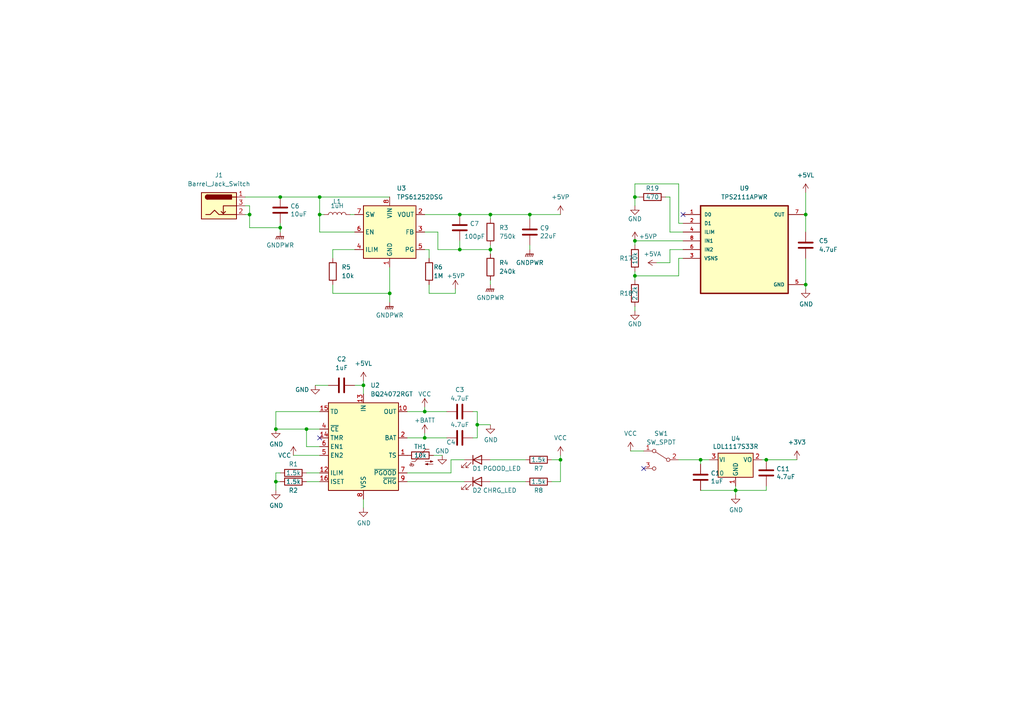
<source format=kicad_sch>
(kicad_sch (version 20211123) (generator eeschema)
  (paper "A4")
  (lib_symbols
    (symbol "Battery_Management:BQ24072RGT"
      (property "Reference" "U2" (at 2.0194 17.78 0))
      (property "Value" "BQ24072RGT" (at 2.0194 15.24 0))
      (symbol "BQ24072RGT_0_1"
        (rectangle (start -10.16 12.7) (end 10.16 -12.7) (stroke (width 0.254)) (fill (type background)))
      )
      (symbol "BQ24072RGT_1_1"
        (pin passive line (at 12.7 -2.54 180) (length 2.54) (name "TS") (number "1"))
        (pin power_out line (at 12.7 10.16 180) (length 2.54) (name "OUT") (number "10"))
        (pin passive line (at 12.7 10.16 180) (length 2.54) hide (name "OUT") (number "11"))
        (pin passive line (at -12.7 -7.62 0) (length 2.54) (name "ILIM") (number "12"))
        (pin power_in line (at 0 15.24 270) (length 2.54) (name "IN") (number "13"))
        (pin input line (at -12.7 2.54 0) (length 2.54) (name "TMR") (number "14"))
        (pin input line (at -12.7 10.16 0) (length 2.54) (name "TD") (number "15"))
        (pin passive line (at -12.7 -10.16 0) (length 2.54) (name "ISET") (number "16"))
        (pin passive line (at 0 -15.24 90) (length 2.54) hide (name "VSS") (number "17"))
        (pin power_in line (at 12.7 2.54 180) (length 2.54) (name "BAT") (number "2"))
        (pin passive line (at 12.7 2.54 180) (length 2.54) hide (name "BAT") (number "3"))
        (pin input line (at -12.7 5.08 0) (length 2.54) (name "~{CE}") (number "4"))
        (pin input line (at -12.7 -2.54 0) (length 2.54) (name "EN2") (number "5"))
        (pin input line (at -12.7 0 0) (length 2.54) (name "EN1") (number "6"))
        (pin open_collector line (at 12.7 -7.62 180) (length 2.54) (name "~{PGOOD}") (number "7"))
        (pin power_in line (at 0 -15.24 90) (length 2.54) (name "VSS") (number "8"))
        (pin open_collector line (at 12.7 -10.16 180) (length 2.54) (name "~{CHG}") (number "9"))
      )
    )
    (symbol "Connector:Barrel_Jack_Switch" (pin_names hide)
      (property "Reference" "J1" (at 0 8.89 0))
      (property "Value" "Barrel_Jack_Switch" (at 0 6.35 0))
      (symbol "Barrel_Jack_Switch_0_1"
        (rectangle (start -5.08 3.81) (end 5.08 -3.81) (stroke (width 0.254)) (fill (type background)))
        (arc (start -3.302 3.175) (mid -3.937 2.54) (end -3.302 1.905) (stroke (width 0.254)))
        (arc (start -3.302 3.175) (mid -3.937 2.54) (end -3.302 1.905) (stroke (width 0.254)) (fill (type outline)))
        (polyline (pts (xy 1.27 -2.286) (xy 1.905 -1.651)) (stroke (width 0.254)))
        (polyline (pts (xy 5.08 2.54) (xy 3.81 2.54)) (stroke (width 0.254)))
        (polyline (pts (xy 5.08 0) (xy 1.27 0) (xy 1.27 -2.286) (xy 0.635 -1.651)) (stroke (width 0.254)))
        (polyline (pts (xy -3.81 -2.54) (xy -2.54 -2.54) (xy -1.27 -1.27) (xy 0 -2.54) (xy 2.54 -2.54) (xy 5.08 -2.54)) (stroke (width 0.254)))
        (rectangle (start 3.683 3.175) (end -3.302 1.905) (stroke (width 0.254)) (fill (type outline)))
      )
      (symbol "Barrel_Jack_Switch_1_1"
        (pin power_out line (at 7.62 2.54 180) (length 2.54) (name "~") (number "1"))
        (pin passive line (at 7.62 -2.54 180) (length 2.54) (name "~") (number "2"))
        (pin passive line (at 7.62 0 180) (length 2.54) (name "~") (number "3"))
      )
    )
    (symbol "Device:C" (pin_numbers hide) (pin_names (offset 0.254))
      (property "Reference" "C" (at 0.635 2.54 0))
      (property "Value" "C" (at 0.635 -2.54 0))
      (symbol "C_0_1"
        (polyline (pts (xy -2.032 -0.762) (xy 2.032 -0.762)) (stroke (width 0.508)))
        (polyline (pts (xy -2.032 0.762) (xy 2.032 0.762)) (stroke (width 0.508)))
      )
      (symbol "C_1_1"
        (pin passive line (at 0 3.81 270) (length 2.794) (name "~") (number "1"))
        (pin passive line (at 0 -3.81 90) (length 2.794) (name "~") (number "2"))
      )
    )
    (symbol "Device:L" (pin_numbers hide) (pin_names (offset 1.016) hide)
      (property "Reference" "L" (at -1.27 0 90))
      (property "Value" "L" (at 1.905 0 90))
      (symbol "L_0_1"
        (arc (start 0 -2.54) (mid 0.635 -1.905) (end 0 -1.27))
        (arc (start 0 -1.27) (mid 0.635 -0.635) (end 0 0))
        (arc (start 0 0) (mid 0.635 0.635) (end 0 1.27))
        (arc (start 0 1.27) (mid 0.635 1.905) (end 0 2.54))
      )
      (symbol "L_1_1"
        (pin passive line (at 0 3.81 270) (length 1.27) (name "1") (number "1"))
        (pin passive line (at 0 -3.81 90) (length 1.27) (name "2") (number "2"))
      )
    )
    (symbol "Device:LED" (pin_numbers hide) (pin_names (offset 1.016) hide)
      (property "Reference" "D" (at 0 2.54 0))
      (property "Value" "LED" (at 0 -2.54 0))
      (symbol "LED_0_1"
        (polyline (pts (xy -1.27 -1.27) (xy -1.27 1.27)) (stroke (width 0.254)))
        (polyline (pts (xy -1.27 0) (xy 1.27 0)))
        (polyline (pts (xy 1.27 -1.27) (xy 1.27 1.27) (xy -1.27 0) (xy 1.27 -1.27)) (stroke (width 0.254)))
        (polyline (pts (xy -3.048 -0.762) (xy -4.572 -2.286) (xy -3.81 -2.286) (xy -4.572 -2.286) (xy -4.572 -1.524)))
        (polyline (pts (xy -1.778 -0.762) (xy -3.302 -2.286) (xy -2.54 -2.286) (xy -3.302 -2.286) (xy -3.302 -1.524)))
      )
      (symbol "LED_1_1"
        (pin passive line (at -3.81 0 0) (length 2.54) (name "K") (number "1"))
        (pin passive line (at 3.81 0 180) (length 2.54) (name "A") (number "2"))
      )
    )
    (symbol "Device:R" (pin_numbers hide) (pin_names (offset 0))
      (property "Reference" "R" (at 2.032 0 90))
      (property "Value" "R" (at 0 0 90))
      (symbol "R_0_1"
        (rectangle (start -1.016 -2.54) (end 1.016 2.54) (stroke (width 0.254)))
      )
      (symbol "R_1_1"
        (pin passive line (at 0 3.81 270) (length 1.27) (name "~") (number "1"))
        (pin passive line (at 0 -3.81 90) (length 1.27) (name "~") (number "2"))
      )
    )
    (symbol "Device:Thermistor_NTC" (pin_numbers hide) (pin_names (offset 0))
      (property "Reference" "TH" (at -4.445 0 90))
      (property "Value" "Thermistor_NTC" (at 3.175 0 90))
      (symbol "Thermistor_NTC_0_1"
        (arc (start -3.048 2.159) (mid -3.0505 2.3165) (end -3.175 2.413))
        (arc (start -3.048 2.159) (mid -2.9736 1.9794) (end -2.794 1.905))
        (arc (start -3.048 2.794) (mid -2.9736 2.6144) (end -2.794 2.54))
        (arc (start -2.794 1.905) (mid -2.6144 1.9794) (end -2.54 2.159))
        (arc (start -2.794 2.54) (mid -2.434 2.5608) (end -2.159 2.794))
        (arc (start -2.794 3.048) (mid -2.9736 2.9736) (end -3.048 2.794))
        (arc (start -2.54 2.794) (mid -2.6144 2.9736) (end -2.794 3.048))
        (rectangle (start -1.016 2.54) (end 1.016 -2.54) (stroke (width 0.254)))
        (polyline (pts (xy -2.54 2.159) (xy -2.54 2.794)))
        (polyline (pts (xy -1.778 2.54) (xy -1.778 1.524) (xy 1.778 -1.524) (xy 1.778 -2.54)))
        (polyline (pts (xy -2.54 -3.683) (xy -2.54 -1.397) (xy -2.794 -2.159) (xy -2.286 -2.159) (xy -2.54 -1.397) (xy -2.54 -1.651)) (fill (type outline)))
        (polyline (pts (xy -1.778 -1.397) (xy -1.778 -3.683) (xy -2.032 -2.921) (xy -1.524 -2.921) (xy -1.778 -3.683) (xy -1.778 -3.429)) (fill (type outline)))
      )
      (symbol "Thermistor_NTC_1_1"
        (pin passive line (at 0 3.81 270) (length 1.27) (name "~") (number "1"))
        (pin passive line (at 0 -3.81 90) (length 1.27) (name "~") (number "2"))
      )
    )
    (symbol "Regulator_Linear:LD1117S33TR_SOT223" (pin_names (offset 0.254))
      (property "Reference" "U" (at -3.81 3.175 0))
      (property "Value" "LD1117S33TR_SOT223" (at 0 3.175 0))
      (symbol "LD1117S33TR_SOT223_0_1"
        (rectangle (start -5.08 -5.08) (end 5.08 1.905) (stroke (width 0.254)) (fill (type background)))
      )
      (symbol "LD1117S33TR_SOT223_1_1"
        (pin power_in line (at 0 -7.62 90) (length 2.54) (name "GND") (number "1"))
        (pin power_out line (at 7.62 0 180) (length 2.54) (name "VO") (number "2"))
        (pin power_in line (at -7.62 0 0) (length 2.54) (name "VI") (number "3"))
      )
    )
    (symbol "Regulator_Switching:TPS61252DSG"
      (property "Reference" "U" (at -7.62 10.16 0))
      (property "Value" "TPS61252DSG" (at 10.16 10.16 0))
      (symbol "TPS61252DSG_1_1"
        (rectangle (start -7.62 7.62) (end 7.62 -7.62) (stroke (width 0.254)) (fill (type background)))
        (pin power_in line (at 0 -10.16 90) (length 2.54) (name "GND") (number "1"))
        (pin power_out line (at 10.16 5.08 180) (length 2.54) (name "VOUT") (number "2"))
        (pin input line (at 10.16 0 180) (length 2.54) (name "FB") (number "3"))
        (pin input line (at -10.16 -5.08 0) (length 2.54) (name "ILIM") (number "4"))
        (pin open_collector line (at 10.16 -5.08 180) (length 2.54) (name "PG") (number "5"))
        (pin input line (at -10.16 0 0) (length 2.54) (name "EN") (number "6"))
        (pin passive line (at -10.16 5.08 0) (length 2.54) (name "SW") (number "7"))
        (pin power_in line (at 0 10.16 270) (length 2.54) (name "VIN") (number "8"))
        (pin passive line (at 0 -10.16 90) (length 2.54) hide (name "GND") (number "9"))
      )
    )
    (symbol "Switch:SW_SPDT" (pin_names (offset 0) hide)
      (property "Reference" "SW1" (at 0 7.62 0))
      (property "Value" "SW_SPDT" (at 0 5.08 0))
      (symbol "SW_SPDT_0_0"
        (circle (center -2.032 0) (radius 0.508))
        (circle (center 2.032 -2.54) (radius 0.508))
      )
      (symbol "SW_SPDT_0_1"
        (polyline (pts (xy -1.524 0.254) (xy 1.651 2.286)))
        (circle (center 2.032 2.54) (radius 0.508))
      )
      (symbol "SW_SPDT_1_1"
        (pin passive line (at 5.08 2.54 180) (length 2.54) (name "A") (number "1"))
        (pin power_out line (at -5.08 0 0) (length 2.54) (name "B") (number "2"))
        (pin passive line (at 5.08 -2.54 180) (length 2.54) (name "C") (number "3"))
      )
    )
    (symbol "TPS2111APWR:TPS2111APWR" (pin_names (offset 1.016))
      (property "Reference" "U9" (at 0 17.78 0))
      (property "Value" "TPS2111APWR" (at 0 15.24 0))
      (symbol "TPS2111APWR_0_0"
        (rectangle (start -12.7 -12.7) (end 12.7 12.7) (stroke (width 0.4064)) (fill (type background)))
        (pin input line (at -17.78 10.16 0) (length 5.08) (name "D0") (number "1"))
        (pin input line (at -17.78 7.62 0) (length 5.08) (name "D1") (number "2"))
        (pin input line (at -17.78 -2.54 0) (length 5.08) (name "VSNS") (number "3"))
        (pin input line (at -17.78 5.08 0) (length 5.08) (name "ILIM") (number "4"))
        (pin power_in line (at 17.78 -10.16 180) (length 5.08) (name "GND") (number "5"))
        (pin input line (at -17.78 0 0) (length 5.08) (name "IN2") (number "6"))
        (pin power_out line (at 17.78 10.16 180) (length 5.08) (name "OUT") (number "7"))
        (pin input line (at -17.78 2.54 0) (length 5.08) (name "IN1") (number "8"))
      )
    )
    (symbol "power:+3.3V" (power) (pin_names (offset 0))
      (property "Value" "+3.3V" (at 0 3.556 0))
      (symbol "+3.3V_0_1"
        (polyline (pts (xy -0.762 1.27) (xy 0 2.54)))
        (polyline (pts (xy 0 0) (xy 0 2.54)))
        (polyline (pts (xy 0 2.54) (xy 0.762 1.27)))
      )
      (symbol "+3.3V_1_1"
        (pin power_in line (at 0 0 90) (length 0) hide (name "+3V3") (number "1"))
      )
    )
    (symbol "power:+5VA" (power) (pin_names (offset 0))
      (property "Value" "+5VA" (at 0 3.556 0))
      (symbol "+5VA_0_1"
        (polyline (pts (xy -0.762 1.27) (xy 0 2.54)))
        (polyline (pts (xy 0 0) (xy 0 2.54)))
        (polyline (pts (xy 0 2.54) (xy 0.762 1.27)))
      )
      (symbol "+5VA_1_1"
        (pin power_in line (at 0 0 90) (length 0) hide (name "+5VA") (number "1"))
      )
    )
    (symbol "power:+5VL" (power) (pin_names (offset 0))
      (property "Value" "+5VL" (at 0 3.556 0))
      (symbol "+5VL_0_1"
        (polyline (pts (xy -0.762 1.27) (xy 0 2.54)))
        (polyline (pts (xy 0 0) (xy 0 2.54)))
        (polyline (pts (xy 0 2.54) (xy 0.762 1.27)))
      )
      (symbol "+5VL_1_1"
        (pin power_in line (at 0 0 90) (length 0) hide (name "+5VL") (number "1"))
      )
    )
    (symbol "power:+5VP" (power) (pin_names (offset 0))
      (property "Value" "+5VP" (at 0 3.556 0))
      (symbol "+5VP_0_1"
        (polyline (pts (xy -0.762 1.27) (xy 0 2.54)))
        (polyline (pts (xy 0 0) (xy 0 2.54)))
        (polyline (pts (xy 0 2.54) (xy 0.762 1.27)))
      )
      (symbol "+5VP_1_1"
        (pin power_in line (at 0 0 90) (length 0) hide (name "+5VP") (number "1"))
      )
    )
    (symbol "power:+BATT" (power) (pin_names (offset 0))
      (property "Value" "+BATT" (at 0 3.556 0))
      (symbol "+BATT_0_1"
        (polyline (pts (xy -0.762 1.27) (xy 0 2.54)))
        (polyline (pts (xy 0 0) (xy 0 2.54)))
        (polyline (pts (xy 0 2.54) (xy 0.762 1.27)))
      )
      (symbol "+BATT_1_1"
        (pin power_in line (at 0 0 90) (length 0) hide (name "+BATT") (number "1"))
      )
    )
    (symbol "power:GND" (power) (pin_names (offset 0))
      (property "Value" "GND" (at 0 -3.81 0))
      (symbol "GND_0_1"
        (polyline (pts (xy 0 0) (xy 0 -1.27) (xy 1.27 -1.27) (xy 0 -2.54) (xy -1.27 -1.27) (xy 0 -1.27)))
      )
      (symbol "GND_1_1"
        (pin power_in line (at 0 0 270) (length 0) hide (name "GND") (number "1"))
      )
    )
    (symbol "power:GNDPWR" (power) (pin_names (offset 0))
      (property "Value" "GNDPWR" (at 0 -3.302 0))
      (symbol "GNDPWR_0_1"
        (polyline (pts (xy 0 -1.27) (xy 0 0)))
        (polyline (pts (xy -1.016 -1.27) (xy -1.27 -2.032) (xy -1.27 -2.032)) (stroke (width 0.2032)))
        (polyline (pts (xy -0.508 -1.27) (xy -0.762 -2.032) (xy -0.762 -2.032)) (stroke (width 0.2032)))
        (polyline (pts (xy 0 -1.27) (xy -0.254 -2.032) (xy -0.254 -2.032)) (stroke (width 0.2032)))
        (polyline (pts (xy 0.508 -1.27) (xy 0.254 -2.032) (xy 0.254 -2.032)) (stroke (width 0.2032)))
        (polyline (pts (xy 1.016 -1.27) (xy -1.016 -1.27) (xy -1.016 -1.27)) (stroke (width 0.2032)))
        (polyline (pts (xy 1.016 -1.27) (xy 0.762 -2.032) (xy 0.762 -2.032) (xy 0.762 -2.032)) (stroke (width 0.2032)))
      )
      (symbol "GNDPWR_1_1"
        (pin power_in line (at 0 0 270) (length 0) hide (name "GNDPWR") (number "1"))
      )
    )
    (symbol "power:VCC" (power) (pin_names (offset 0))
      (property "Value" "VCC" (at 0 3.81 0))
      (symbol "VCC_0_1"
        (polyline (pts (xy -0.762 1.27) (xy 0 2.54)))
        (polyline (pts (xy 0 0) (xy 0 2.54)))
        (polyline (pts (xy 0 2.54) (xy 0.762 1.27)))
      )
      (symbol "VCC_1_1"
        (pin power_in line (at 0 0 90) (length 0) hide (name "VCC") (number "1"))
      )
    )
  )
  (junction (at 81.28 57.15))
  (junction (at 92.71 62.23))
  (junction (at 233.68 62.23))
  (junction (at 142.24 62.23))
  (junction (at 213.36 142.24))
  (junction (at 184.15 80.01))
  (junction (at 80.01 139.7))
  (junction (at 88.9 124.46))
  (junction (at 123.19 127))
  (junction (at 184.15 57.15))
  (junction (at 203.2 133.35))
  (junction (at 222.25 133.35))
  (junction (at 142.24 72.39))
  (junction (at 105.41 111.76))
  (junction (at 233.68 82.55))
  (junction (at 133.35 72.39))
  (junction (at 92.71 57.15))
  (junction (at 113.03 85.09))
  (junction (at 81.28 66.04))
  (junction (at 162.56 133.35))
  (junction (at 153.67 62.23))
  (junction (at 123.19 119.38))
  (junction (at 80.01 124.46))
  (junction (at 133.35 62.23))
  (junction (at 72.39 62.23))
  (junction (at 184.15 69.85))
  (junction (at 138.43 123.19))
  (no_connect (at 186.69 135.89))
  (no_connect (at 198.12 62.23))
  (no_connect (at 92.71 127))
  (wire (pts (xy 193.04 57.15) (xy 194.31 57.15)))
  (wire (pts (xy 96.52 74.93) (xy 96.52 72.39)))
  (wire (pts (xy 124.46 85.09) (xy 132.08 85.09)))
  (wire (pts (xy 118.11 119.38) (xy 123.19 119.38)))
  (wire (pts (xy 222.25 142.24) (xy 213.36 142.24)))
  (wire (pts (xy 222.25 140.97) (xy 222.25 142.24)))
  (wire (pts (xy 80.01 139.7) (xy 80.01 142.24)))
  (wire (pts (xy 113.03 85.09) (xy 113.03 87.63)))
  (wire (pts (xy 134.62 133.35) (xy 130.81 133.35)))
  (wire (pts (xy 194.31 57.15) (xy 194.31 67.31)))
  (wire (pts (xy 196.85 80.01) (xy 184.15 80.01)))
  (wire (pts (xy 81.28 66.04) (xy 81.28 67.31)))
  (wire (pts (xy 85.09 132.08) (xy 92.71 132.08)))
  (wire (pts (xy 80.01 119.38) (xy 80.01 124.46)))
  (wire (pts (xy 142.24 139.7) (xy 152.4 139.7)))
  (wire (pts (xy 198.12 72.39) (xy 194.31 72.39)))
  (wire (pts (xy 133.35 72.39) (xy 127 72.39)))
  (wire (pts (xy 81.28 64.77) (xy 81.28 66.04)))
  (wire (pts (xy 194.31 72.39) (xy 194.31 76.2)))
  (wire (pts (xy 142.24 81.28) (xy 142.24 82.55)))
  (wire (pts (xy 88.9 137.16) (xy 92.71 137.16)))
  (wire (pts (xy 80.01 124.46) (xy 88.9 124.46)))
  (wire (pts (xy 118.11 127) (xy 123.19 127)))
  (wire (pts (xy 203.2 134.62) (xy 203.2 133.35)))
  (wire (pts (xy 105.41 110.49) (xy 105.41 111.76)))
  (wire (pts (xy 233.68 62.23) (xy 233.68 67.31)))
  (wire (pts (xy 125.73 132.08) (xy 128.27 132.08)))
  (wire (pts (xy 203.2 133.35) (xy 205.74 133.35)))
  (wire (pts (xy 138.43 123.19) (xy 142.24 123.19)))
  (wire (pts (xy 124.46 82.55) (xy 124.46 85.09)))
  (wire (pts (xy 184.15 88.9) (xy 184.15 90.17)))
  (wire (pts (xy 222.25 133.35) (xy 231.14 133.35)))
  (wire (pts (xy 88.9 139.7) (xy 92.71 139.7)))
  (wire (pts (xy 184.15 80.01) (xy 184.15 81.28)))
  (wire (pts (xy 160.02 133.35) (xy 162.56 133.35)))
  (wire (pts (xy 133.35 72.39) (xy 133.35 69.85)))
  (wire (pts (xy 153.67 71.12) (xy 153.67 72.39)))
  (wire (pts (xy 220.98 133.35) (xy 222.25 133.35)))
  (wire (pts (xy 133.35 62.23) (xy 142.24 62.23)))
  (wire (pts (xy 153.67 62.23) (xy 153.67 63.5)))
  (wire (pts (xy 162.56 132.08) (xy 162.56 133.35)))
  (wire (pts (xy 233.68 55.88) (xy 233.68 62.23)))
  (wire (pts (xy 102.87 67.31) (xy 92.71 67.31)))
  (wire (pts (xy 88.9 129.54) (xy 88.9 124.46)))
  (wire (pts (xy 184.15 53.34) (xy 196.85 53.34)))
  (wire (pts (xy 194.31 67.31) (xy 198.12 67.31)))
  (wire (pts (xy 123.19 118.11) (xy 123.19 119.38)))
  (wire (pts (xy 105.41 111.76) (xy 105.41 114.3)))
  (wire (pts (xy 91.44 111.76) (xy 95.25 111.76)))
  (wire (pts (xy 198.12 74.93) (xy 196.85 74.93)))
  (wire (pts (xy 92.71 57.15) (xy 113.03 57.15)))
  (wire (pts (xy 72.39 59.69) (xy 72.39 62.23)))
  (wire (pts (xy 113.03 77.47) (xy 113.03 85.09)))
  (wire (pts (xy 184.15 78.74) (xy 184.15 80.01)))
  (wire (pts (xy 142.24 62.23) (xy 142.24 63.5)))
  (wire (pts (xy 198.12 64.77) (xy 196.85 64.77)))
  (wire (pts (xy 123.19 125.73) (xy 123.19 127)))
  (wire (pts (xy 96.52 85.09) (xy 113.03 85.09)))
  (wire (pts (xy 71.12 62.23) (xy 72.39 62.23)))
  (wire (pts (xy 184.15 69.85) (xy 184.15 71.12)))
  (wire (pts (xy 80.01 139.7) (xy 80.01 137.16)))
  (wire (pts (xy 184.15 69.85) (xy 198.12 69.85)))
  (wire (pts (xy 92.71 67.31) (xy 92.71 62.23)))
  (wire (pts (xy 138.43 127) (xy 138.43 123.19)))
  (wire (pts (xy 93.98 62.23) (xy 92.71 62.23)))
  (wire (pts (xy 142.24 72.39) (xy 142.24 73.66)))
  (wire (pts (xy 142.24 133.35) (xy 152.4 133.35)))
  (wire (pts (xy 184.15 53.34) (xy 184.15 57.15)))
  (wire (pts (xy 118.11 139.7) (xy 134.62 139.7)))
  (wire (pts (xy 196.85 133.35) (xy 203.2 133.35)))
  (wire (pts (xy 130.81 133.35) (xy 130.81 137.16)))
  (wire (pts (xy 182.88 130.81) (xy 186.69 130.81)))
  (wire (pts (xy 124.46 72.39) (xy 124.46 74.93)))
  (wire (pts (xy 196.85 74.93) (xy 196.85 80.01)))
  (wire (pts (xy 203.2 142.24) (xy 213.36 142.24)))
  (wire (pts (xy 102.87 111.76) (xy 105.41 111.76)))
  (wire (pts (xy 96.52 72.39) (xy 102.87 72.39)))
  (wire (pts (xy 133.35 72.39) (xy 142.24 72.39)))
  (wire (pts (xy 92.71 119.38) (xy 80.01 119.38)))
  (wire (pts (xy 233.68 83.82) (xy 233.68 82.55)))
  (wire (pts (xy 123.19 127) (xy 129.54 127)))
  (wire (pts (xy 105.41 144.78) (xy 105.41 147.32)))
  (wire (pts (xy 81.28 139.7) (xy 80.01 139.7)))
  (wire (pts (xy 72.39 62.23) (xy 72.39 66.04)))
  (wire (pts (xy 71.12 57.15) (xy 81.28 57.15)))
  (wire (pts (xy 96.52 82.55) (xy 96.52 85.09)))
  (wire (pts (xy 92.71 62.23) (xy 92.71 57.15)))
  (wire (pts (xy 137.16 119.38) (xy 138.43 119.38)))
  (wire (pts (xy 72.39 66.04) (xy 81.28 66.04)))
  (wire (pts (xy 160.02 139.7) (xy 162.56 139.7)))
  (wire (pts (xy 190.5 76.2) (xy 194.31 76.2)))
  (wire (pts (xy 213.36 142.24) (xy 213.36 143.51)))
  (wire (pts (xy 80.01 137.16) (xy 81.28 137.16)))
  (wire (pts (xy 130.81 137.16) (xy 118.11 137.16)))
  (wire (pts (xy 71.12 59.69) (xy 72.39 59.69)))
  (wire (pts (xy 153.67 62.23) (xy 162.56 62.23)))
  (wire (pts (xy 81.28 57.15) (xy 92.71 57.15)))
  (wire (pts (xy 127 67.31) (xy 123.19 67.31)))
  (wire (pts (xy 142.24 71.12) (xy 142.24 72.39)))
  (wire (pts (xy 196.85 64.77) (xy 196.85 53.34)))
  (wire (pts (xy 92.71 129.54) (xy 88.9 129.54)))
  (wire (pts (xy 213.36 140.97) (xy 213.36 142.24)))
  (wire (pts (xy 88.9 124.46) (xy 92.71 124.46)))
  (wire (pts (xy 138.43 123.19) (xy 138.43 119.38)))
  (wire (pts (xy 162.56 133.35) (xy 162.56 139.7)))
  (wire (pts (xy 123.19 119.38) (xy 129.54 119.38)))
  (wire (pts (xy 184.15 57.15) (xy 185.42 57.15)))
  (wire (pts (xy 137.16 127) (xy 138.43 127)))
  (wire (pts (xy 127 72.39) (xy 127 67.31)))
  (wire (pts (xy 184.15 57.15) (xy 184.15 59.69)))
  (wire (pts (xy 123.19 62.23) (xy 133.35 62.23)))
  (wire (pts (xy 233.68 74.93) (xy 233.68 82.55)))
  (wire (pts (xy 132.08 85.09) (xy 132.08 83.82)))
  (wire (pts (xy 142.24 62.23) (xy 153.67 62.23)))
  (wire (pts (xy 101.6 62.23) (xy 102.87 62.23)))
  (wire (pts (xy 123.19 72.39) (xy 124.46 72.39)))
  (symbol (lib_id "power:GND") (at 142.24 123.19 0) (unit 1)
    (property "Reference" "#PWR0101" (effects hide))
    (property "Value" "GND" (at 142.367 127.5842 0))
  )
  (symbol (lib_id "power:GND") (at 233.68 83.82 0) (unit 1)
    (property "Reference" "#PWR0104" (effects hide))
    (property "Value" "GND" (at 233.807 88.2142 0))
  )
  (symbol (lib_id "power:GNDPWR") (at 153.67 72.39 0) (unit 1)
    (property "Reference" "#PWR018" (effects hide))
    (property "Value" "GNDPWR" (at 153.67 76.2 0))
  )
  (symbol (lib_id "Battery_Management:BQ24072RGT") (at 105.41 129.54 0) (unit 1)
    (property "Reference" "U2" (at 107.4294 111.76 0) (effects (justify left)))
    (property "Value" "BQ24072RGT" (at 107.4294 114.3 0) (effects (justify left)))
    (property "Footprint" "Package_DFN_QFN:VQFN-16-1EP_3x3mm_P0.5mm_EP1.6x1.6mm" (effects hide))
    (property "Datasheet" "http://www.ti.com/lit/ds/symlink/bq24072.pdf" (effects hide))
  )
  (symbol (lib_id "power:GNDPWR") (at 81.28 67.31 0) (unit 1)
    (property "Reference" "#PWR011" (effects hide))
    (property "Value" "GNDPWR" (at 81.28 71.12 0))
  )
  (symbol (lib_id "power:GND") (at 184.15 90.17 0) (unit 1)
    (property "Reference" "#PWR0107" (effects hide))
    (property "Value" "GND" (at 184.15 93.98 0))
  )
  (symbol (lib_id "TPS2111APWR:TPS2111APWR") (at 215.9 72.39 0) (unit 1)
    (property "Reference" "U9" (at 215.9 54.61 0))
    (property "Value" "TPS2111APWR" (at 215.9 57.15 0))
    (property "Footprint" "SOP65P640X120-8N" (effects hide))
  )
  (symbol (lib_id "Device:C") (at 133.35 66.04 0) (unit 1)
    (property "Reference" "C7" (at 136.271 64.8716 0) (effects (justify left)))
    (property "Value" "100pF" (at 134.62 68.58 0) (effects (justify left)))
    (property "Footprint" "Capacitor_SMD:C_0805_2012Metric_Pad1.18x1.45mm_HandSolder" (effects hide))
  )
  (symbol (lib_id "Device:C") (at 133.35 119.38 90) (unit 1)
    (property "Reference" "C3" (at 133.35 113.03 90))
    (property "Value" "4.7uF" (at 133.35 115.57 90))
    (property "Footprint" "Capacitor_SMD:C_0805_2012Metric_Pad1.18x1.45mm_HandSolder" (effects hide))
  )
  (symbol (lib_id "Device:R") (at 156.21 133.35 90) (mirror x) (unit 1)
    (property "Reference" "R7" (at 156.21 135.89 90))
    (property "Value" "1.5k" (at 156.21 133.35 90))
    (property "Footprint" "Resistor_SMD:R_0805_2012Metric_Pad1.20x1.40mm_HandSolder" (effects hide))
  )
  (symbol (lib_id "power:VCC") (at 123.19 118.11 0) (unit 1)
    (property "Reference" "#PWR0113" (effects hide))
    (property "Value" "VCC" (at 123.19 114.3 0))
  )
  (symbol (lib_id "power:GND") (at 105.41 147.32 0) (unit 1)
    (property "Reference" "#PWR0117" (effects hide))
    (property "Value" "GND" (at 105.537 151.7142 0))
  )
  (symbol (lib_id "Device:R") (at 85.09 139.7 90) (mirror x) (unit 1)
    (property "Reference" "R2" (at 85.09 142.24 90))
    (property "Value" "1.5k" (at 85.09 139.7 90))
    (property "Footprint" "Resistor_SMD:R_0805_2012Metric_Pad1.20x1.40mm_HandSolder" (effects hide))
  )
  (symbol (lib_id "Device:C") (at 99.06 111.76 90) (unit 1)
    (property "Reference" "C2" (at 99.06 104.14 90))
    (property "Value" "1uF" (at 99.06 106.68 90))
    (property "Footprint" "Capacitor_SMD:C_0805_2012Metric_Pad1.18x1.45mm_HandSolder" (effects hide))
  )
  (symbol (lib_id "Device:C") (at 153.67 67.31 0) (unit 1)
    (property "Reference" "C9" (at 156.591 66.1416 0) (effects (justify left)))
    (property "Value" "22uF" (at 156.591 68.453 0) (effects (justify left)))
    (property "Footprint" "Capacitor_SMD:C_0805_2012Metric_Pad1.18x1.45mm_HandSolder" (effects hide))
  )
  (symbol (lib_id "Regulator_Switching:TPS61252DSG") (at 113.03 67.31 0) (unit 1)
    (property "Reference" "U3" (at 115.0494 54.61 0) (effects (justify left)))
    (property "Value" "TPS61252DSG" (at 115.0494 57.15 0) (effects (justify left)))
    (property "Footprint" "Package_SON:WSON-8-1EP_2x2mm_P0.5mm_EP0.9x1.6mm" (effects hide))
    (property "Datasheet" "http://www.ti.com/lit/ds/symlink/tps61252.pdf" (effects hide))
  )
  (symbol (lib_id "power:+3.3V") (at 231.14 133.35 0) (unit 1)
    (property "Reference" "#PWR025" (effects hide))
    (property "Value" "+3.3V" (at 231.14 128.27 0))
  )
  (symbol (lib_id "Device:R") (at 184.15 85.09 180) (unit 1)
    (property "Reference" "R18" (at 181.61 85.09 0))
    (property "Value" "2.2k" (at 184.15 85.09 90))
    (property "Footprint" "Resistor_SMD:R_0805_2012Metric_Pad1.20x1.40mm_HandSolder" (effects hide))
  )
  (symbol (lib_id "power:GND") (at 213.36 143.51 0) (unit 1)
    (property "Reference" "#PWR024" (effects hide))
    (property "Value" "GND" (at 213.487 147.9042 0))
  )
  (symbol (lib_id "Device:R") (at 85.09 137.16 90) (mirror x) (unit 1)
    (property "Reference" "R1" (at 85.09 134.62 90))
    (property "Value" "1.5k" (at 85.09 137.16 90))
    (property "Footprint" "Resistor_SMD:R_0805_2012Metric_Pad1.20x1.40mm_HandSolder" (effects hide))
  )
  (symbol (lib_id "Device:C") (at 233.68 71.12 0) (unit 1)
    (property "Reference" "C5" (at 237.49 69.8499 0) (effects (justify left)))
    (property "Value" "4.7uF" (at 237.49 72.3899 0) (effects (justify left)))
    (property "Footprint" "Capacitor_SMD:C_0805_2012Metric_Pad1.18x1.45mm_HandSolder" (effects hide))
  )
  (symbol (lib_id "Device:LED") (at 138.43 133.35 0) (unit 1)
    (property "Reference" "D1" (at 139.7 135.89 0) (effects (justify right)))
    (property "Value" "PGOOD_LED" (at 151.13 135.89 0) (effects (justify right)))
    (property "Footprint" "LED_SMD:LED_0805_2012Metric_Pad1.15x1.40mm_HandSolder" (effects hide))
  )
  (symbol (lib_id "power:+5VP") (at 184.15 69.85 0) (unit 1)
    (property "Reference" "#PWR0108" (effects hide))
    (property "Value" "+5VP" (at 187.96 68.58 0))
  )
  (symbol (lib_id "Connector:Barrel_Jack_Switch") (at 63.5 59.69 0) (unit 1)
    (property "Reference" "J1" (at 63.5 50.8 0))
    (property "Value" "Barrel_Jack_Switch" (at 63.5 53.34 0))
    (property "Footprint" "Connector_BarrelJack:BarrelJack_Horizontal" (effects hide))
  )
  (symbol (lib_id "Device:R") (at 96.52 78.74 0) (unit 1)
    (property "Reference" "R5" (at 99.06 77.4699 0) (effects (justify left)))
    (property "Value" "10k" (at 99.06 80.0099 0) (effects (justify left)))
    (property "Footprint" "Resistor_SMD:R_0805_2012Metric_Pad1.20x1.40mm_HandSolder" (effects hide))
  )
  (symbol (lib_id "Device:Thermistor_NTC") (at 121.92 132.08 90) (unit 1)
    (property "Reference" "TH1" (at 121.92 129.54 90))
    (property "Value" "10k" (at 121.92 132.08 90))
    (property "Footprint" "Resistor_SMD:R_0603_1608Metric_Pad0.98x0.95mm_HandSolder" (effects hide))
  )
  (symbol (lib_id "Device:R") (at 124.46 78.74 0) (unit 1)
    (property "Reference" "R6" (at 125.73 77.47 0) (effects (justify left)))
    (property "Value" "1M" (at 125.73 80.01 0) (effects (justify left)))
    (property "Footprint" "Resistor_SMD:R_0805_2012Metric_Pad1.20x1.40mm_HandSolder" (effects hide))
  )
  (symbol (lib_id "Device:C") (at 133.35 127 90) (unit 1)
    (property "Reference" "C4" (at 130.81 128.27 90))
    (property "Value" "4.7uF" (at 133.35 123.19 90))
    (property "Footprint" "Capacitor_SMD:C_0805_2012Metric_Pad1.18x1.45mm_HandSolder" (effects hide))
  )
  (symbol (lib_id "power:+5VA") (at 190.5 76.2 90) (unit 1)
    (property "Reference" "#PWR0106" (effects hide))
    (property "Value" "+5VA" (at 189.23 73.66 90))
  )
  (symbol (lib_id "Device:R") (at 184.15 74.93 180) (unit 1)
    (property "Reference" "R17" (at 181.61 74.93 0))
    (property "Value" "10k" (at 184.15 74.93 90))
    (property "Footprint" "Resistor_SMD:R_0805_2012Metric_Pad1.20x1.40mm_HandSolder" (effects hide))
  )
  (symbol (lib_id "Device:C") (at 81.28 60.96 0) (unit 1)
    (property "Reference" "C6" (at 84.201 59.7916 0) (effects (justify left)))
    (property "Value" "10uF" (at 84.201 62.103 0) (effects (justify left)))
    (property "Footprint" "Capacitor_SMD:C_0805_2012Metric_Pad1.18x1.45mm_HandSolder" (effects hide))
  )
  (symbol (lib_id "power:+5VL") (at 105.41 110.49 0) (unit 1)
    (property "Reference" "#PWR0110" (effects hide))
    (property "Value" "+5VL" (at 105.41 105.41 0))
  )
  (symbol (lib_id "Device:C") (at 222.25 137.16 0) (unit 1)
    (property "Reference" "C11" (at 225.171 135.9916 0) (effects (justify left)))
    (property "Value" "4.7uF" (at 225.171 138.303 0) (effects (justify left)))
    (property "Footprint" "Capacitor_SMD:C_0805_2012Metric_Pad1.18x1.45mm_HandSolder" (effects hide))
  )
  (symbol (lib_id "Device:L") (at 97.79 62.23 90) (unit 1)
    (property "Reference" "L1" (at 97.79 58.42 90))
    (property "Value" "1uH" (at 97.79 59.69 90))
    (property "Footprint" "Inductor_SMD:L_Bourns-SRN4018" (effects hide))
  )
  (symbol (lib_id "power:GNDPWR") (at 113.03 87.63 0) (unit 1)
    (property "Reference" "#PWR013" (effects hide))
    (property "Value" "GNDPWR" (at 113.03 91.44 0))
  )
  (symbol (lib_id "power:GND") (at 184.15 59.69 0) (unit 1)
    (property "Reference" "#PWR0105" (effects hide))
    (property "Value" "GND" (at 184.15 63.5 0))
  )
  (symbol (lib_id "power:GND") (at 128.27 132.08 0) (unit 1)
    (property "Reference" "#PWR0111" (effects hide))
    (property "Value" "GND" (at 128.27 130.81 0))
  )
  (symbol (lib_id "Switch:SW_SPDT") (at 191.77 133.35 0) (mirror y) (unit 1)
    (property "Reference" "SW1" (at 191.77 125.73 0))
    (property "Value" "SW_SPDT" (at 191.77 128.27 0))
    (property "Footprint" "Button_Switch_THT:SW_CuK_OS102011MA1QN1_SPDT_Angled" (effects hide))
  )
  (symbol (lib_id "power:VCC") (at 85.09 132.08 0) (unit 1)
    (property "Reference" "#PWR0119" (effects hide))
    (property "Value" "VCC" (at 82.55 132.08 0))
  )
  (symbol (lib_id "power:GND") (at 80.01 142.24 0) (unit 1)
    (property "Reference" "#PWR0116" (effects hide))
    (property "Value" "GND" (at 80.137 146.6342 0))
  )
  (symbol (lib_id "power:VCC") (at 182.88 130.81 0) (unit 1)
    (property "Reference" "#PWR0120" (effects hide))
    (property "Value" "VCC" (at 182.88 125.73 0))
  )
  (symbol (lib_id "power:GNDPWR") (at 142.24 82.55 0) (unit 1)
    (property "Reference" "#PWR0102" (effects hide))
    (property "Value" "GNDPWR" (at 142.24 86.36 0))
  )
  (symbol (lib_id "Device:C") (at 203.2 138.43 0) (unit 1)
    (property "Reference" "C10" (at 206.121 137.2616 0) (effects (justify left)))
    (property "Value" "1uF" (at 206.121 139.573 0) (effects (justify left)))
    (property "Footprint" "Capacitor_SMD:C_0805_2012Metric_Pad1.18x1.45mm_HandSolder" (effects hide))
  )
  (symbol (lib_id "power:+5VL") (at 233.68 55.88 0) (unit 1)
    (property "Reference" "#PWR0109" (effects hide))
    (property "Value" "+5VL" (at 233.68 50.8 0))
  )
  (symbol (lib_id "Device:R") (at 156.21 139.7 90) (mirror x) (unit 1)
    (property "Reference" "R8" (at 156.21 142.24 90))
    (property "Value" "1.5k" (at 156.21 139.7 90))
    (property "Footprint" "Resistor_SMD:R_0805_2012Metric_Pad1.20x1.40mm_HandSolder" (effects hide))
  )
  (symbol (lib_id "Device:LED") (at 138.43 139.7 0) (unit 1)
    (property "Reference" "D2" (at 139.7 142.24 0) (effects (justify right)))
    (property "Value" "CHRG_LED" (at 149.86 142.24 0) (effects (justify right)))
    (property "Footprint" "LED_SMD:LED_0805_2012Metric_Pad1.15x1.40mm_HandSolder" (effects hide))
  )
  (symbol (lib_id "Device:R") (at 142.24 67.31 0) (unit 1)
    (property "Reference" "R3" (at 144.78 66.0399 0) (effects (justify left)))
    (property "Value" "750k" (at 144.78 68.5799 0) (effects (justify left)))
    (property "Footprint" "Resistor_SMD:R_0603_1608Metric_Pad0.98x0.95mm_HandSolder" (effects hide))
  )
  (symbol (lib_id "power:+5VP") (at 132.08 83.82 0) (unit 1)
    (property "Reference" "#PWR0103" (effects hide))
    (property "Value" "+5VP" (at 129.54 80.01 0) (effects (justify left)))
  )
  (symbol (lib_id "power:GND") (at 80.01 124.46 0) (unit 1)
    (property "Reference" "#PWR0118" (effects hide))
    (property "Value" "GND" (at 80.137 128.8542 0))
  )
  (symbol (lib_id "power:+5VP") (at 162.56 62.23 0) (unit 1)
    (property "Reference" "#PWR020" (effects hide))
    (property "Value" "+5VP" (at 162.56 57.15 0))
  )
  (symbol (lib_id "power:+BATT") (at 123.19 125.73 0) (unit 1)
    (property "Reference" "#PWR0112" (effects hide))
    (property "Value" "+BATT" (at 123.19 121.92 0))
  )
  (symbol (lib_id "Regulator_Linear:LD1117S33TR_SOT223") (at 213.36 133.35 0) (unit 1)
    (property "Reference" "U4" (at 213.36 127.2032 0))
    (property "Value" "LDL1117S33R" (at 213.36 129.5146 0))
    (property "Footprint" "Package_TO_SOT_SMD:SOT-223-3_TabPin2" (effects hide))
    (property "Datasheet" "http://www.st.com/st-web-ui/static/active/en/resource/technical/document/datasheet/CD00000544.pdf" (effects hide))
  )
  (symbol (lib_id "power:VCC") (at 162.56 132.08 0) (unit 1)
    (property "Reference" "#PWR0114" (effects hide))
    (property "Value" "VCC" (at 162.56 127 0))
  )
  (symbol (lib_id "Device:R") (at 189.23 57.15 90) (unit 1)
    (property "Reference" "R19" (at 189.23 54.61 90))
    (property "Value" "470" (at 189.23 57.15 90))
    (property "Footprint" "Resistor_SMD:R_0805_2012Metric_Pad1.20x1.40mm_HandSolder" (effects hide))
  )
  (symbol (lib_id "Device:R") (at 142.24 77.47 0) (unit 1)
    (property "Reference" "R4" (at 144.78 76.1999 0) (effects (justify left)))
    (property "Value" "240k" (at 144.78 78.7399 0) (effects (justify left)))
    (property "Footprint" "Resistor_SMD:R_0603_1608Metric_Pad0.98x0.95mm_HandSolder" (effects hide))
  )
  (symbol (lib_id "power:GND") (at 91.44 111.76 0) (unit 1)
    (property "Reference" "#PWR0115" (effects hide))
    (property "Value" "GND" (at 87.63 113.03 0))
  )
)
</source>
